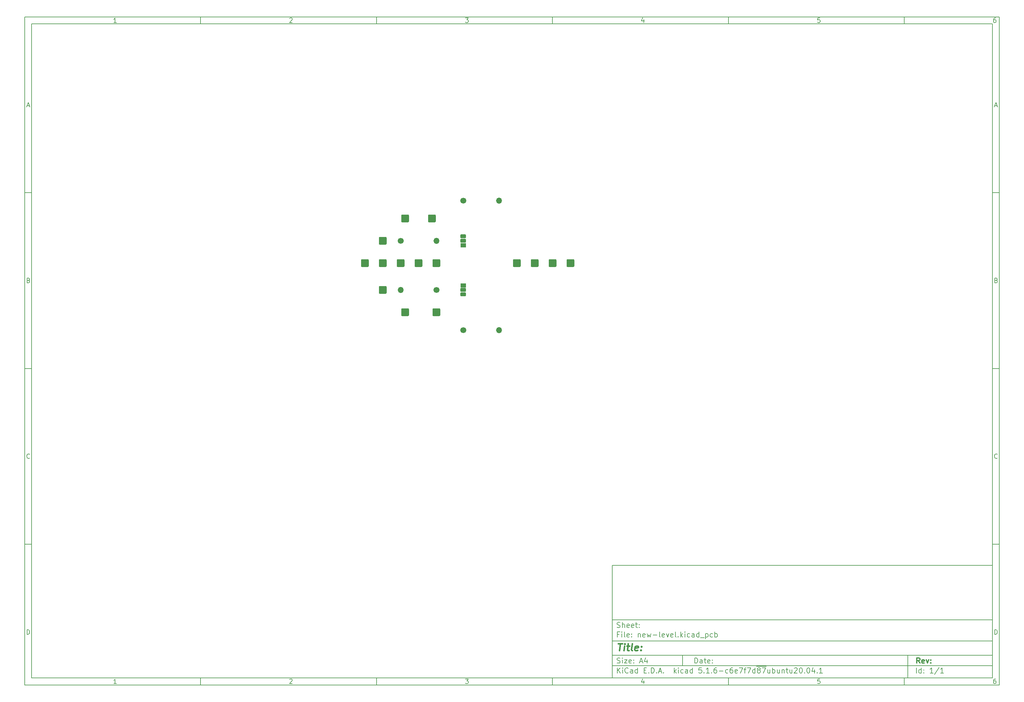
<source format=gbr>
%TF.GenerationSoftware,KiCad,Pcbnew,5.1.6-c6e7f7d~87~ubuntu20.04.1*%
%TF.CreationDate,2020-11-01T10:04:05-08:00*%
%TF.ProjectId,new-level,6e65772d-6c65-4766-956c-2e6b69636164,rev?*%
%TF.SameCoordinates,Original*%
%TF.FileFunction,Soldermask,Bot*%
%TF.FilePolarity,Negative*%
%FSLAX46Y46*%
G04 Gerber Fmt 4.6, Leading zero omitted, Abs format (unit mm)*
G04 Created by KiCad (PCBNEW 5.1.6-c6e7f7d~87~ubuntu20.04.1) date 2020-11-01 10:04:05*
%MOMM*%
%LPD*%
G01*
G04 APERTURE LIST*
%ADD10C,0.100000*%
%ADD11C,0.150000*%
%ADD12C,0.300000*%
%ADD13C,0.400000*%
%ADD14O,1.700000X1.700000*%
%ADD15C,1.700000*%
%ADD16R,1.600000X1.150000*%
G04 APERTURE END LIST*
D10*
D11*
X177002200Y-166007200D02*
X177002200Y-198007200D01*
X285002200Y-198007200D01*
X285002200Y-166007200D01*
X177002200Y-166007200D01*
D10*
D11*
X10000000Y-10000000D02*
X10000000Y-200007200D01*
X287002200Y-200007200D01*
X287002200Y-10000000D01*
X10000000Y-10000000D01*
D10*
D11*
X12000000Y-12000000D02*
X12000000Y-198007200D01*
X285002200Y-198007200D01*
X285002200Y-12000000D01*
X12000000Y-12000000D01*
D10*
D11*
X60000000Y-12000000D02*
X60000000Y-10000000D01*
D10*
D11*
X110000000Y-12000000D02*
X110000000Y-10000000D01*
D10*
D11*
X160000000Y-12000000D02*
X160000000Y-10000000D01*
D10*
D11*
X210000000Y-12000000D02*
X210000000Y-10000000D01*
D10*
D11*
X260000000Y-12000000D02*
X260000000Y-10000000D01*
D10*
D11*
X36065476Y-11588095D02*
X35322619Y-11588095D01*
X35694047Y-11588095D02*
X35694047Y-10288095D01*
X35570238Y-10473809D01*
X35446428Y-10597619D01*
X35322619Y-10659523D01*
D10*
D11*
X85322619Y-10411904D02*
X85384523Y-10350000D01*
X85508333Y-10288095D01*
X85817857Y-10288095D01*
X85941666Y-10350000D01*
X86003571Y-10411904D01*
X86065476Y-10535714D01*
X86065476Y-10659523D01*
X86003571Y-10845238D01*
X85260714Y-11588095D01*
X86065476Y-11588095D01*
D10*
D11*
X135260714Y-10288095D02*
X136065476Y-10288095D01*
X135632142Y-10783333D01*
X135817857Y-10783333D01*
X135941666Y-10845238D01*
X136003571Y-10907142D01*
X136065476Y-11030952D01*
X136065476Y-11340476D01*
X136003571Y-11464285D01*
X135941666Y-11526190D01*
X135817857Y-11588095D01*
X135446428Y-11588095D01*
X135322619Y-11526190D01*
X135260714Y-11464285D01*
D10*
D11*
X185941666Y-10721428D02*
X185941666Y-11588095D01*
X185632142Y-10226190D02*
X185322619Y-11154761D01*
X186127380Y-11154761D01*
D10*
D11*
X236003571Y-10288095D02*
X235384523Y-10288095D01*
X235322619Y-10907142D01*
X235384523Y-10845238D01*
X235508333Y-10783333D01*
X235817857Y-10783333D01*
X235941666Y-10845238D01*
X236003571Y-10907142D01*
X236065476Y-11030952D01*
X236065476Y-11340476D01*
X236003571Y-11464285D01*
X235941666Y-11526190D01*
X235817857Y-11588095D01*
X235508333Y-11588095D01*
X235384523Y-11526190D01*
X235322619Y-11464285D01*
D10*
D11*
X285941666Y-10288095D02*
X285694047Y-10288095D01*
X285570238Y-10350000D01*
X285508333Y-10411904D01*
X285384523Y-10597619D01*
X285322619Y-10845238D01*
X285322619Y-11340476D01*
X285384523Y-11464285D01*
X285446428Y-11526190D01*
X285570238Y-11588095D01*
X285817857Y-11588095D01*
X285941666Y-11526190D01*
X286003571Y-11464285D01*
X286065476Y-11340476D01*
X286065476Y-11030952D01*
X286003571Y-10907142D01*
X285941666Y-10845238D01*
X285817857Y-10783333D01*
X285570238Y-10783333D01*
X285446428Y-10845238D01*
X285384523Y-10907142D01*
X285322619Y-11030952D01*
D10*
D11*
X60000000Y-198007200D02*
X60000000Y-200007200D01*
D10*
D11*
X110000000Y-198007200D02*
X110000000Y-200007200D01*
D10*
D11*
X160000000Y-198007200D02*
X160000000Y-200007200D01*
D10*
D11*
X210000000Y-198007200D02*
X210000000Y-200007200D01*
D10*
D11*
X260000000Y-198007200D02*
X260000000Y-200007200D01*
D10*
D11*
X36065476Y-199595295D02*
X35322619Y-199595295D01*
X35694047Y-199595295D02*
X35694047Y-198295295D01*
X35570238Y-198481009D01*
X35446428Y-198604819D01*
X35322619Y-198666723D01*
D10*
D11*
X85322619Y-198419104D02*
X85384523Y-198357200D01*
X85508333Y-198295295D01*
X85817857Y-198295295D01*
X85941666Y-198357200D01*
X86003571Y-198419104D01*
X86065476Y-198542914D01*
X86065476Y-198666723D01*
X86003571Y-198852438D01*
X85260714Y-199595295D01*
X86065476Y-199595295D01*
D10*
D11*
X135260714Y-198295295D02*
X136065476Y-198295295D01*
X135632142Y-198790533D01*
X135817857Y-198790533D01*
X135941666Y-198852438D01*
X136003571Y-198914342D01*
X136065476Y-199038152D01*
X136065476Y-199347676D01*
X136003571Y-199471485D01*
X135941666Y-199533390D01*
X135817857Y-199595295D01*
X135446428Y-199595295D01*
X135322619Y-199533390D01*
X135260714Y-199471485D01*
D10*
D11*
X185941666Y-198728628D02*
X185941666Y-199595295D01*
X185632142Y-198233390D02*
X185322619Y-199161961D01*
X186127380Y-199161961D01*
D10*
D11*
X236003571Y-198295295D02*
X235384523Y-198295295D01*
X235322619Y-198914342D01*
X235384523Y-198852438D01*
X235508333Y-198790533D01*
X235817857Y-198790533D01*
X235941666Y-198852438D01*
X236003571Y-198914342D01*
X236065476Y-199038152D01*
X236065476Y-199347676D01*
X236003571Y-199471485D01*
X235941666Y-199533390D01*
X235817857Y-199595295D01*
X235508333Y-199595295D01*
X235384523Y-199533390D01*
X235322619Y-199471485D01*
D10*
D11*
X285941666Y-198295295D02*
X285694047Y-198295295D01*
X285570238Y-198357200D01*
X285508333Y-198419104D01*
X285384523Y-198604819D01*
X285322619Y-198852438D01*
X285322619Y-199347676D01*
X285384523Y-199471485D01*
X285446428Y-199533390D01*
X285570238Y-199595295D01*
X285817857Y-199595295D01*
X285941666Y-199533390D01*
X286003571Y-199471485D01*
X286065476Y-199347676D01*
X286065476Y-199038152D01*
X286003571Y-198914342D01*
X285941666Y-198852438D01*
X285817857Y-198790533D01*
X285570238Y-198790533D01*
X285446428Y-198852438D01*
X285384523Y-198914342D01*
X285322619Y-199038152D01*
D10*
D11*
X10000000Y-60000000D02*
X12000000Y-60000000D01*
D10*
D11*
X10000000Y-110000000D02*
X12000000Y-110000000D01*
D10*
D11*
X10000000Y-160000000D02*
X12000000Y-160000000D01*
D10*
D11*
X10690476Y-35216666D02*
X11309523Y-35216666D01*
X10566666Y-35588095D02*
X11000000Y-34288095D01*
X11433333Y-35588095D01*
D10*
D11*
X11092857Y-84907142D02*
X11278571Y-84969047D01*
X11340476Y-85030952D01*
X11402380Y-85154761D01*
X11402380Y-85340476D01*
X11340476Y-85464285D01*
X11278571Y-85526190D01*
X11154761Y-85588095D01*
X10659523Y-85588095D01*
X10659523Y-84288095D01*
X11092857Y-84288095D01*
X11216666Y-84350000D01*
X11278571Y-84411904D01*
X11340476Y-84535714D01*
X11340476Y-84659523D01*
X11278571Y-84783333D01*
X11216666Y-84845238D01*
X11092857Y-84907142D01*
X10659523Y-84907142D01*
D10*
D11*
X11402380Y-135464285D02*
X11340476Y-135526190D01*
X11154761Y-135588095D01*
X11030952Y-135588095D01*
X10845238Y-135526190D01*
X10721428Y-135402380D01*
X10659523Y-135278571D01*
X10597619Y-135030952D01*
X10597619Y-134845238D01*
X10659523Y-134597619D01*
X10721428Y-134473809D01*
X10845238Y-134350000D01*
X11030952Y-134288095D01*
X11154761Y-134288095D01*
X11340476Y-134350000D01*
X11402380Y-134411904D01*
D10*
D11*
X10659523Y-185588095D02*
X10659523Y-184288095D01*
X10969047Y-184288095D01*
X11154761Y-184350000D01*
X11278571Y-184473809D01*
X11340476Y-184597619D01*
X11402380Y-184845238D01*
X11402380Y-185030952D01*
X11340476Y-185278571D01*
X11278571Y-185402380D01*
X11154761Y-185526190D01*
X10969047Y-185588095D01*
X10659523Y-185588095D01*
D10*
D11*
X287002200Y-60000000D02*
X285002200Y-60000000D01*
D10*
D11*
X287002200Y-110000000D02*
X285002200Y-110000000D01*
D10*
D11*
X287002200Y-160000000D02*
X285002200Y-160000000D01*
D10*
D11*
X285692676Y-35216666D02*
X286311723Y-35216666D01*
X285568866Y-35588095D02*
X286002200Y-34288095D01*
X286435533Y-35588095D01*
D10*
D11*
X286095057Y-84907142D02*
X286280771Y-84969047D01*
X286342676Y-85030952D01*
X286404580Y-85154761D01*
X286404580Y-85340476D01*
X286342676Y-85464285D01*
X286280771Y-85526190D01*
X286156961Y-85588095D01*
X285661723Y-85588095D01*
X285661723Y-84288095D01*
X286095057Y-84288095D01*
X286218866Y-84350000D01*
X286280771Y-84411904D01*
X286342676Y-84535714D01*
X286342676Y-84659523D01*
X286280771Y-84783333D01*
X286218866Y-84845238D01*
X286095057Y-84907142D01*
X285661723Y-84907142D01*
D10*
D11*
X286404580Y-135464285D02*
X286342676Y-135526190D01*
X286156961Y-135588095D01*
X286033152Y-135588095D01*
X285847438Y-135526190D01*
X285723628Y-135402380D01*
X285661723Y-135278571D01*
X285599819Y-135030952D01*
X285599819Y-134845238D01*
X285661723Y-134597619D01*
X285723628Y-134473809D01*
X285847438Y-134350000D01*
X286033152Y-134288095D01*
X286156961Y-134288095D01*
X286342676Y-134350000D01*
X286404580Y-134411904D01*
D10*
D11*
X285661723Y-185588095D02*
X285661723Y-184288095D01*
X285971247Y-184288095D01*
X286156961Y-184350000D01*
X286280771Y-184473809D01*
X286342676Y-184597619D01*
X286404580Y-184845238D01*
X286404580Y-185030952D01*
X286342676Y-185278571D01*
X286280771Y-185402380D01*
X286156961Y-185526190D01*
X285971247Y-185588095D01*
X285661723Y-185588095D01*
D10*
D11*
X200434342Y-193785771D02*
X200434342Y-192285771D01*
X200791485Y-192285771D01*
X201005771Y-192357200D01*
X201148628Y-192500057D01*
X201220057Y-192642914D01*
X201291485Y-192928628D01*
X201291485Y-193142914D01*
X201220057Y-193428628D01*
X201148628Y-193571485D01*
X201005771Y-193714342D01*
X200791485Y-193785771D01*
X200434342Y-193785771D01*
X202577200Y-193785771D02*
X202577200Y-193000057D01*
X202505771Y-192857200D01*
X202362914Y-192785771D01*
X202077200Y-192785771D01*
X201934342Y-192857200D01*
X202577200Y-193714342D02*
X202434342Y-193785771D01*
X202077200Y-193785771D01*
X201934342Y-193714342D01*
X201862914Y-193571485D01*
X201862914Y-193428628D01*
X201934342Y-193285771D01*
X202077200Y-193214342D01*
X202434342Y-193214342D01*
X202577200Y-193142914D01*
X203077200Y-192785771D02*
X203648628Y-192785771D01*
X203291485Y-192285771D02*
X203291485Y-193571485D01*
X203362914Y-193714342D01*
X203505771Y-193785771D01*
X203648628Y-193785771D01*
X204720057Y-193714342D02*
X204577200Y-193785771D01*
X204291485Y-193785771D01*
X204148628Y-193714342D01*
X204077200Y-193571485D01*
X204077200Y-193000057D01*
X204148628Y-192857200D01*
X204291485Y-192785771D01*
X204577200Y-192785771D01*
X204720057Y-192857200D01*
X204791485Y-193000057D01*
X204791485Y-193142914D01*
X204077200Y-193285771D01*
X205434342Y-193642914D02*
X205505771Y-193714342D01*
X205434342Y-193785771D01*
X205362914Y-193714342D01*
X205434342Y-193642914D01*
X205434342Y-193785771D01*
X205434342Y-192857200D02*
X205505771Y-192928628D01*
X205434342Y-193000057D01*
X205362914Y-192928628D01*
X205434342Y-192857200D01*
X205434342Y-193000057D01*
D10*
D11*
X177002200Y-194507200D02*
X285002200Y-194507200D01*
D10*
D11*
X178434342Y-196585771D02*
X178434342Y-195085771D01*
X179291485Y-196585771D02*
X178648628Y-195728628D01*
X179291485Y-195085771D02*
X178434342Y-195942914D01*
X179934342Y-196585771D02*
X179934342Y-195585771D01*
X179934342Y-195085771D02*
X179862914Y-195157200D01*
X179934342Y-195228628D01*
X180005771Y-195157200D01*
X179934342Y-195085771D01*
X179934342Y-195228628D01*
X181505771Y-196442914D02*
X181434342Y-196514342D01*
X181220057Y-196585771D01*
X181077200Y-196585771D01*
X180862914Y-196514342D01*
X180720057Y-196371485D01*
X180648628Y-196228628D01*
X180577200Y-195942914D01*
X180577200Y-195728628D01*
X180648628Y-195442914D01*
X180720057Y-195300057D01*
X180862914Y-195157200D01*
X181077200Y-195085771D01*
X181220057Y-195085771D01*
X181434342Y-195157200D01*
X181505771Y-195228628D01*
X182791485Y-196585771D02*
X182791485Y-195800057D01*
X182720057Y-195657200D01*
X182577200Y-195585771D01*
X182291485Y-195585771D01*
X182148628Y-195657200D01*
X182791485Y-196514342D02*
X182648628Y-196585771D01*
X182291485Y-196585771D01*
X182148628Y-196514342D01*
X182077200Y-196371485D01*
X182077200Y-196228628D01*
X182148628Y-196085771D01*
X182291485Y-196014342D01*
X182648628Y-196014342D01*
X182791485Y-195942914D01*
X184148628Y-196585771D02*
X184148628Y-195085771D01*
X184148628Y-196514342D02*
X184005771Y-196585771D01*
X183720057Y-196585771D01*
X183577200Y-196514342D01*
X183505771Y-196442914D01*
X183434342Y-196300057D01*
X183434342Y-195871485D01*
X183505771Y-195728628D01*
X183577200Y-195657200D01*
X183720057Y-195585771D01*
X184005771Y-195585771D01*
X184148628Y-195657200D01*
X186005771Y-195800057D02*
X186505771Y-195800057D01*
X186720057Y-196585771D02*
X186005771Y-196585771D01*
X186005771Y-195085771D01*
X186720057Y-195085771D01*
X187362914Y-196442914D02*
X187434342Y-196514342D01*
X187362914Y-196585771D01*
X187291485Y-196514342D01*
X187362914Y-196442914D01*
X187362914Y-196585771D01*
X188077200Y-196585771D02*
X188077200Y-195085771D01*
X188434342Y-195085771D01*
X188648628Y-195157200D01*
X188791485Y-195300057D01*
X188862914Y-195442914D01*
X188934342Y-195728628D01*
X188934342Y-195942914D01*
X188862914Y-196228628D01*
X188791485Y-196371485D01*
X188648628Y-196514342D01*
X188434342Y-196585771D01*
X188077200Y-196585771D01*
X189577200Y-196442914D02*
X189648628Y-196514342D01*
X189577200Y-196585771D01*
X189505771Y-196514342D01*
X189577200Y-196442914D01*
X189577200Y-196585771D01*
X190220057Y-196157200D02*
X190934342Y-196157200D01*
X190077200Y-196585771D02*
X190577200Y-195085771D01*
X191077200Y-196585771D01*
X191577200Y-196442914D02*
X191648628Y-196514342D01*
X191577200Y-196585771D01*
X191505771Y-196514342D01*
X191577200Y-196442914D01*
X191577200Y-196585771D01*
X194577200Y-196585771D02*
X194577200Y-195085771D01*
X194720057Y-196014342D02*
X195148628Y-196585771D01*
X195148628Y-195585771D02*
X194577200Y-196157200D01*
X195791485Y-196585771D02*
X195791485Y-195585771D01*
X195791485Y-195085771D02*
X195720057Y-195157200D01*
X195791485Y-195228628D01*
X195862914Y-195157200D01*
X195791485Y-195085771D01*
X195791485Y-195228628D01*
X197148628Y-196514342D02*
X197005771Y-196585771D01*
X196720057Y-196585771D01*
X196577200Y-196514342D01*
X196505771Y-196442914D01*
X196434342Y-196300057D01*
X196434342Y-195871485D01*
X196505771Y-195728628D01*
X196577200Y-195657200D01*
X196720057Y-195585771D01*
X197005771Y-195585771D01*
X197148628Y-195657200D01*
X198434342Y-196585771D02*
X198434342Y-195800057D01*
X198362914Y-195657200D01*
X198220057Y-195585771D01*
X197934342Y-195585771D01*
X197791485Y-195657200D01*
X198434342Y-196514342D02*
X198291485Y-196585771D01*
X197934342Y-196585771D01*
X197791485Y-196514342D01*
X197720057Y-196371485D01*
X197720057Y-196228628D01*
X197791485Y-196085771D01*
X197934342Y-196014342D01*
X198291485Y-196014342D01*
X198434342Y-195942914D01*
X199791485Y-196585771D02*
X199791485Y-195085771D01*
X199791485Y-196514342D02*
X199648628Y-196585771D01*
X199362914Y-196585771D01*
X199220057Y-196514342D01*
X199148628Y-196442914D01*
X199077200Y-196300057D01*
X199077200Y-195871485D01*
X199148628Y-195728628D01*
X199220057Y-195657200D01*
X199362914Y-195585771D01*
X199648628Y-195585771D01*
X199791485Y-195657200D01*
X202362914Y-195085771D02*
X201648628Y-195085771D01*
X201577200Y-195800057D01*
X201648628Y-195728628D01*
X201791485Y-195657200D01*
X202148628Y-195657200D01*
X202291485Y-195728628D01*
X202362914Y-195800057D01*
X202434342Y-195942914D01*
X202434342Y-196300057D01*
X202362914Y-196442914D01*
X202291485Y-196514342D01*
X202148628Y-196585771D01*
X201791485Y-196585771D01*
X201648628Y-196514342D01*
X201577200Y-196442914D01*
X203077200Y-196442914D02*
X203148628Y-196514342D01*
X203077200Y-196585771D01*
X203005771Y-196514342D01*
X203077200Y-196442914D01*
X203077200Y-196585771D01*
X204577200Y-196585771D02*
X203720057Y-196585771D01*
X204148628Y-196585771D02*
X204148628Y-195085771D01*
X204005771Y-195300057D01*
X203862914Y-195442914D01*
X203720057Y-195514342D01*
X205220057Y-196442914D02*
X205291485Y-196514342D01*
X205220057Y-196585771D01*
X205148628Y-196514342D01*
X205220057Y-196442914D01*
X205220057Y-196585771D01*
X206577200Y-195085771D02*
X206291485Y-195085771D01*
X206148628Y-195157200D01*
X206077200Y-195228628D01*
X205934342Y-195442914D01*
X205862914Y-195728628D01*
X205862914Y-196300057D01*
X205934342Y-196442914D01*
X206005771Y-196514342D01*
X206148628Y-196585771D01*
X206434342Y-196585771D01*
X206577200Y-196514342D01*
X206648628Y-196442914D01*
X206720057Y-196300057D01*
X206720057Y-195942914D01*
X206648628Y-195800057D01*
X206577200Y-195728628D01*
X206434342Y-195657200D01*
X206148628Y-195657200D01*
X206005771Y-195728628D01*
X205934342Y-195800057D01*
X205862914Y-195942914D01*
X207362914Y-196014342D02*
X208505771Y-196014342D01*
X209862914Y-196514342D02*
X209720057Y-196585771D01*
X209434342Y-196585771D01*
X209291485Y-196514342D01*
X209220057Y-196442914D01*
X209148628Y-196300057D01*
X209148628Y-195871485D01*
X209220057Y-195728628D01*
X209291485Y-195657200D01*
X209434342Y-195585771D01*
X209720057Y-195585771D01*
X209862914Y-195657200D01*
X211148628Y-195085771D02*
X210862914Y-195085771D01*
X210720057Y-195157200D01*
X210648628Y-195228628D01*
X210505771Y-195442914D01*
X210434342Y-195728628D01*
X210434342Y-196300057D01*
X210505771Y-196442914D01*
X210577200Y-196514342D01*
X210720057Y-196585771D01*
X211005771Y-196585771D01*
X211148628Y-196514342D01*
X211220057Y-196442914D01*
X211291485Y-196300057D01*
X211291485Y-195942914D01*
X211220057Y-195800057D01*
X211148628Y-195728628D01*
X211005771Y-195657200D01*
X210720057Y-195657200D01*
X210577200Y-195728628D01*
X210505771Y-195800057D01*
X210434342Y-195942914D01*
X212505771Y-196514342D02*
X212362914Y-196585771D01*
X212077200Y-196585771D01*
X211934342Y-196514342D01*
X211862914Y-196371485D01*
X211862914Y-195800057D01*
X211934342Y-195657200D01*
X212077200Y-195585771D01*
X212362914Y-195585771D01*
X212505771Y-195657200D01*
X212577200Y-195800057D01*
X212577200Y-195942914D01*
X211862914Y-196085771D01*
X213077200Y-195085771D02*
X214077200Y-195085771D01*
X213434342Y-196585771D01*
X214434342Y-195585771D02*
X215005771Y-195585771D01*
X214648628Y-196585771D02*
X214648628Y-195300057D01*
X214720057Y-195157200D01*
X214862914Y-195085771D01*
X215005771Y-195085771D01*
X215362914Y-195085771D02*
X216362914Y-195085771D01*
X215720057Y-196585771D01*
X217577200Y-196585771D02*
X217577200Y-195085771D01*
X217577200Y-196514342D02*
X217434342Y-196585771D01*
X217148628Y-196585771D01*
X217005771Y-196514342D01*
X216934342Y-196442914D01*
X216862914Y-196300057D01*
X216862914Y-195871485D01*
X216934342Y-195728628D01*
X217005771Y-195657200D01*
X217148628Y-195585771D01*
X217434342Y-195585771D01*
X217577200Y-195657200D01*
X217934342Y-194677200D02*
X219362914Y-194677200D01*
X218505771Y-195728628D02*
X218362914Y-195657200D01*
X218291485Y-195585771D01*
X218220057Y-195442914D01*
X218220057Y-195371485D01*
X218291485Y-195228628D01*
X218362914Y-195157200D01*
X218505771Y-195085771D01*
X218791485Y-195085771D01*
X218934342Y-195157200D01*
X219005771Y-195228628D01*
X219077200Y-195371485D01*
X219077200Y-195442914D01*
X219005771Y-195585771D01*
X218934342Y-195657200D01*
X218791485Y-195728628D01*
X218505771Y-195728628D01*
X218362914Y-195800057D01*
X218291485Y-195871485D01*
X218220057Y-196014342D01*
X218220057Y-196300057D01*
X218291485Y-196442914D01*
X218362914Y-196514342D01*
X218505771Y-196585771D01*
X218791485Y-196585771D01*
X218934342Y-196514342D01*
X219005771Y-196442914D01*
X219077200Y-196300057D01*
X219077200Y-196014342D01*
X219005771Y-195871485D01*
X218934342Y-195800057D01*
X218791485Y-195728628D01*
X219362914Y-194677200D02*
X220791485Y-194677200D01*
X219577200Y-195085771D02*
X220577200Y-195085771D01*
X219934342Y-196585771D01*
X221791485Y-195585771D02*
X221791485Y-196585771D01*
X221148628Y-195585771D02*
X221148628Y-196371485D01*
X221220057Y-196514342D01*
X221362914Y-196585771D01*
X221577200Y-196585771D01*
X221720057Y-196514342D01*
X221791485Y-196442914D01*
X222505771Y-196585771D02*
X222505771Y-195085771D01*
X222505771Y-195657200D02*
X222648628Y-195585771D01*
X222934342Y-195585771D01*
X223077200Y-195657200D01*
X223148628Y-195728628D01*
X223220057Y-195871485D01*
X223220057Y-196300057D01*
X223148628Y-196442914D01*
X223077200Y-196514342D01*
X222934342Y-196585771D01*
X222648628Y-196585771D01*
X222505771Y-196514342D01*
X224505771Y-195585771D02*
X224505771Y-196585771D01*
X223862914Y-195585771D02*
X223862914Y-196371485D01*
X223934342Y-196514342D01*
X224077200Y-196585771D01*
X224291485Y-196585771D01*
X224434342Y-196514342D01*
X224505771Y-196442914D01*
X225220057Y-195585771D02*
X225220057Y-196585771D01*
X225220057Y-195728628D02*
X225291485Y-195657200D01*
X225434342Y-195585771D01*
X225648628Y-195585771D01*
X225791485Y-195657200D01*
X225862914Y-195800057D01*
X225862914Y-196585771D01*
X226362914Y-195585771D02*
X226934342Y-195585771D01*
X226577200Y-195085771D02*
X226577200Y-196371485D01*
X226648628Y-196514342D01*
X226791485Y-196585771D01*
X226934342Y-196585771D01*
X228077200Y-195585771D02*
X228077200Y-196585771D01*
X227434342Y-195585771D02*
X227434342Y-196371485D01*
X227505771Y-196514342D01*
X227648628Y-196585771D01*
X227862914Y-196585771D01*
X228005771Y-196514342D01*
X228077200Y-196442914D01*
X228720057Y-195228628D02*
X228791485Y-195157200D01*
X228934342Y-195085771D01*
X229291485Y-195085771D01*
X229434342Y-195157200D01*
X229505771Y-195228628D01*
X229577200Y-195371485D01*
X229577200Y-195514342D01*
X229505771Y-195728628D01*
X228648628Y-196585771D01*
X229577200Y-196585771D01*
X230505771Y-195085771D02*
X230648628Y-195085771D01*
X230791485Y-195157200D01*
X230862914Y-195228628D01*
X230934342Y-195371485D01*
X231005771Y-195657200D01*
X231005771Y-196014342D01*
X230934342Y-196300057D01*
X230862914Y-196442914D01*
X230791485Y-196514342D01*
X230648628Y-196585771D01*
X230505771Y-196585771D01*
X230362914Y-196514342D01*
X230291485Y-196442914D01*
X230220057Y-196300057D01*
X230148628Y-196014342D01*
X230148628Y-195657200D01*
X230220057Y-195371485D01*
X230291485Y-195228628D01*
X230362914Y-195157200D01*
X230505771Y-195085771D01*
X231648628Y-196442914D02*
X231720057Y-196514342D01*
X231648628Y-196585771D01*
X231577200Y-196514342D01*
X231648628Y-196442914D01*
X231648628Y-196585771D01*
X232648628Y-195085771D02*
X232791485Y-195085771D01*
X232934342Y-195157200D01*
X233005771Y-195228628D01*
X233077200Y-195371485D01*
X233148628Y-195657200D01*
X233148628Y-196014342D01*
X233077200Y-196300057D01*
X233005771Y-196442914D01*
X232934342Y-196514342D01*
X232791485Y-196585771D01*
X232648628Y-196585771D01*
X232505771Y-196514342D01*
X232434342Y-196442914D01*
X232362914Y-196300057D01*
X232291485Y-196014342D01*
X232291485Y-195657200D01*
X232362914Y-195371485D01*
X232434342Y-195228628D01*
X232505771Y-195157200D01*
X232648628Y-195085771D01*
X234434342Y-195585771D02*
X234434342Y-196585771D01*
X234077200Y-195014342D02*
X233720057Y-196085771D01*
X234648628Y-196085771D01*
X235220057Y-196442914D02*
X235291485Y-196514342D01*
X235220057Y-196585771D01*
X235148628Y-196514342D01*
X235220057Y-196442914D01*
X235220057Y-196585771D01*
X236720057Y-196585771D02*
X235862914Y-196585771D01*
X236291485Y-196585771D02*
X236291485Y-195085771D01*
X236148628Y-195300057D01*
X236005771Y-195442914D01*
X235862914Y-195514342D01*
D10*
D11*
X177002200Y-191507200D02*
X285002200Y-191507200D01*
D10*
D12*
X264411485Y-193785771D02*
X263911485Y-193071485D01*
X263554342Y-193785771D02*
X263554342Y-192285771D01*
X264125771Y-192285771D01*
X264268628Y-192357200D01*
X264340057Y-192428628D01*
X264411485Y-192571485D01*
X264411485Y-192785771D01*
X264340057Y-192928628D01*
X264268628Y-193000057D01*
X264125771Y-193071485D01*
X263554342Y-193071485D01*
X265625771Y-193714342D02*
X265482914Y-193785771D01*
X265197200Y-193785771D01*
X265054342Y-193714342D01*
X264982914Y-193571485D01*
X264982914Y-193000057D01*
X265054342Y-192857200D01*
X265197200Y-192785771D01*
X265482914Y-192785771D01*
X265625771Y-192857200D01*
X265697200Y-193000057D01*
X265697200Y-193142914D01*
X264982914Y-193285771D01*
X266197200Y-192785771D02*
X266554342Y-193785771D01*
X266911485Y-192785771D01*
X267482914Y-193642914D02*
X267554342Y-193714342D01*
X267482914Y-193785771D01*
X267411485Y-193714342D01*
X267482914Y-193642914D01*
X267482914Y-193785771D01*
X267482914Y-192857200D02*
X267554342Y-192928628D01*
X267482914Y-193000057D01*
X267411485Y-192928628D01*
X267482914Y-192857200D01*
X267482914Y-193000057D01*
D10*
D11*
X178362914Y-193714342D02*
X178577200Y-193785771D01*
X178934342Y-193785771D01*
X179077200Y-193714342D01*
X179148628Y-193642914D01*
X179220057Y-193500057D01*
X179220057Y-193357200D01*
X179148628Y-193214342D01*
X179077200Y-193142914D01*
X178934342Y-193071485D01*
X178648628Y-193000057D01*
X178505771Y-192928628D01*
X178434342Y-192857200D01*
X178362914Y-192714342D01*
X178362914Y-192571485D01*
X178434342Y-192428628D01*
X178505771Y-192357200D01*
X178648628Y-192285771D01*
X179005771Y-192285771D01*
X179220057Y-192357200D01*
X179862914Y-193785771D02*
X179862914Y-192785771D01*
X179862914Y-192285771D02*
X179791485Y-192357200D01*
X179862914Y-192428628D01*
X179934342Y-192357200D01*
X179862914Y-192285771D01*
X179862914Y-192428628D01*
X180434342Y-192785771D02*
X181220057Y-192785771D01*
X180434342Y-193785771D01*
X181220057Y-193785771D01*
X182362914Y-193714342D02*
X182220057Y-193785771D01*
X181934342Y-193785771D01*
X181791485Y-193714342D01*
X181720057Y-193571485D01*
X181720057Y-193000057D01*
X181791485Y-192857200D01*
X181934342Y-192785771D01*
X182220057Y-192785771D01*
X182362914Y-192857200D01*
X182434342Y-193000057D01*
X182434342Y-193142914D01*
X181720057Y-193285771D01*
X183077200Y-193642914D02*
X183148628Y-193714342D01*
X183077200Y-193785771D01*
X183005771Y-193714342D01*
X183077200Y-193642914D01*
X183077200Y-193785771D01*
X183077200Y-192857200D02*
X183148628Y-192928628D01*
X183077200Y-193000057D01*
X183005771Y-192928628D01*
X183077200Y-192857200D01*
X183077200Y-193000057D01*
X184862914Y-193357200D02*
X185577200Y-193357200D01*
X184720057Y-193785771D02*
X185220057Y-192285771D01*
X185720057Y-193785771D01*
X186862914Y-192785771D02*
X186862914Y-193785771D01*
X186505771Y-192214342D02*
X186148628Y-193285771D01*
X187077200Y-193285771D01*
D10*
D11*
X263434342Y-196585771D02*
X263434342Y-195085771D01*
X264791485Y-196585771D02*
X264791485Y-195085771D01*
X264791485Y-196514342D02*
X264648628Y-196585771D01*
X264362914Y-196585771D01*
X264220057Y-196514342D01*
X264148628Y-196442914D01*
X264077200Y-196300057D01*
X264077200Y-195871485D01*
X264148628Y-195728628D01*
X264220057Y-195657200D01*
X264362914Y-195585771D01*
X264648628Y-195585771D01*
X264791485Y-195657200D01*
X265505771Y-196442914D02*
X265577200Y-196514342D01*
X265505771Y-196585771D01*
X265434342Y-196514342D01*
X265505771Y-196442914D01*
X265505771Y-196585771D01*
X265505771Y-195657200D02*
X265577200Y-195728628D01*
X265505771Y-195800057D01*
X265434342Y-195728628D01*
X265505771Y-195657200D01*
X265505771Y-195800057D01*
X268148628Y-196585771D02*
X267291485Y-196585771D01*
X267720057Y-196585771D02*
X267720057Y-195085771D01*
X267577200Y-195300057D01*
X267434342Y-195442914D01*
X267291485Y-195514342D01*
X269862914Y-195014342D02*
X268577200Y-196942914D01*
X271148628Y-196585771D02*
X270291485Y-196585771D01*
X270720057Y-196585771D02*
X270720057Y-195085771D01*
X270577200Y-195300057D01*
X270434342Y-195442914D01*
X270291485Y-195514342D01*
D10*
D11*
X177002200Y-187507200D02*
X285002200Y-187507200D01*
D10*
D13*
X178714580Y-188211961D02*
X179857438Y-188211961D01*
X179036009Y-190211961D02*
X179286009Y-188211961D01*
X180274104Y-190211961D02*
X180440771Y-188878628D01*
X180524104Y-188211961D02*
X180416961Y-188307200D01*
X180500295Y-188402438D01*
X180607438Y-188307200D01*
X180524104Y-188211961D01*
X180500295Y-188402438D01*
X181107438Y-188878628D02*
X181869342Y-188878628D01*
X181476485Y-188211961D02*
X181262200Y-189926247D01*
X181333628Y-190116723D01*
X181512200Y-190211961D01*
X181702676Y-190211961D01*
X182655057Y-190211961D02*
X182476485Y-190116723D01*
X182405057Y-189926247D01*
X182619342Y-188211961D01*
X184190771Y-190116723D02*
X183988390Y-190211961D01*
X183607438Y-190211961D01*
X183428866Y-190116723D01*
X183357438Y-189926247D01*
X183452676Y-189164342D01*
X183571723Y-188973866D01*
X183774104Y-188878628D01*
X184155057Y-188878628D01*
X184333628Y-188973866D01*
X184405057Y-189164342D01*
X184381247Y-189354819D01*
X183405057Y-189545295D01*
X185155057Y-190021485D02*
X185238390Y-190116723D01*
X185131247Y-190211961D01*
X185047914Y-190116723D01*
X185155057Y-190021485D01*
X185131247Y-190211961D01*
X185286009Y-188973866D02*
X185369342Y-189069104D01*
X185262200Y-189164342D01*
X185178866Y-189069104D01*
X185286009Y-188973866D01*
X185262200Y-189164342D01*
D10*
D11*
X178934342Y-185600057D02*
X178434342Y-185600057D01*
X178434342Y-186385771D02*
X178434342Y-184885771D01*
X179148628Y-184885771D01*
X179720057Y-186385771D02*
X179720057Y-185385771D01*
X179720057Y-184885771D02*
X179648628Y-184957200D01*
X179720057Y-185028628D01*
X179791485Y-184957200D01*
X179720057Y-184885771D01*
X179720057Y-185028628D01*
X180648628Y-186385771D02*
X180505771Y-186314342D01*
X180434342Y-186171485D01*
X180434342Y-184885771D01*
X181791485Y-186314342D02*
X181648628Y-186385771D01*
X181362914Y-186385771D01*
X181220057Y-186314342D01*
X181148628Y-186171485D01*
X181148628Y-185600057D01*
X181220057Y-185457200D01*
X181362914Y-185385771D01*
X181648628Y-185385771D01*
X181791485Y-185457200D01*
X181862914Y-185600057D01*
X181862914Y-185742914D01*
X181148628Y-185885771D01*
X182505771Y-186242914D02*
X182577200Y-186314342D01*
X182505771Y-186385771D01*
X182434342Y-186314342D01*
X182505771Y-186242914D01*
X182505771Y-186385771D01*
X182505771Y-185457200D02*
X182577200Y-185528628D01*
X182505771Y-185600057D01*
X182434342Y-185528628D01*
X182505771Y-185457200D01*
X182505771Y-185600057D01*
X184362914Y-185385771D02*
X184362914Y-186385771D01*
X184362914Y-185528628D02*
X184434342Y-185457200D01*
X184577200Y-185385771D01*
X184791485Y-185385771D01*
X184934342Y-185457200D01*
X185005771Y-185600057D01*
X185005771Y-186385771D01*
X186291485Y-186314342D02*
X186148628Y-186385771D01*
X185862914Y-186385771D01*
X185720057Y-186314342D01*
X185648628Y-186171485D01*
X185648628Y-185600057D01*
X185720057Y-185457200D01*
X185862914Y-185385771D01*
X186148628Y-185385771D01*
X186291485Y-185457200D01*
X186362914Y-185600057D01*
X186362914Y-185742914D01*
X185648628Y-185885771D01*
X186862914Y-185385771D02*
X187148628Y-186385771D01*
X187434342Y-185671485D01*
X187720057Y-186385771D01*
X188005771Y-185385771D01*
X188577200Y-185814342D02*
X189720057Y-185814342D01*
X190648628Y-186385771D02*
X190505771Y-186314342D01*
X190434342Y-186171485D01*
X190434342Y-184885771D01*
X191791485Y-186314342D02*
X191648628Y-186385771D01*
X191362914Y-186385771D01*
X191220057Y-186314342D01*
X191148628Y-186171485D01*
X191148628Y-185600057D01*
X191220057Y-185457200D01*
X191362914Y-185385771D01*
X191648628Y-185385771D01*
X191791485Y-185457200D01*
X191862914Y-185600057D01*
X191862914Y-185742914D01*
X191148628Y-185885771D01*
X192362914Y-185385771D02*
X192720057Y-186385771D01*
X193077200Y-185385771D01*
X194220057Y-186314342D02*
X194077200Y-186385771D01*
X193791485Y-186385771D01*
X193648628Y-186314342D01*
X193577200Y-186171485D01*
X193577200Y-185600057D01*
X193648628Y-185457200D01*
X193791485Y-185385771D01*
X194077200Y-185385771D01*
X194220057Y-185457200D01*
X194291485Y-185600057D01*
X194291485Y-185742914D01*
X193577200Y-185885771D01*
X195148628Y-186385771D02*
X195005771Y-186314342D01*
X194934342Y-186171485D01*
X194934342Y-184885771D01*
X195720057Y-186242914D02*
X195791485Y-186314342D01*
X195720057Y-186385771D01*
X195648628Y-186314342D01*
X195720057Y-186242914D01*
X195720057Y-186385771D01*
X196434342Y-186385771D02*
X196434342Y-184885771D01*
X196577200Y-185814342D02*
X197005771Y-186385771D01*
X197005771Y-185385771D02*
X196434342Y-185957200D01*
X197648628Y-186385771D02*
X197648628Y-185385771D01*
X197648628Y-184885771D02*
X197577200Y-184957200D01*
X197648628Y-185028628D01*
X197720057Y-184957200D01*
X197648628Y-184885771D01*
X197648628Y-185028628D01*
X199005771Y-186314342D02*
X198862914Y-186385771D01*
X198577200Y-186385771D01*
X198434342Y-186314342D01*
X198362914Y-186242914D01*
X198291485Y-186100057D01*
X198291485Y-185671485D01*
X198362914Y-185528628D01*
X198434342Y-185457200D01*
X198577200Y-185385771D01*
X198862914Y-185385771D01*
X199005771Y-185457200D01*
X200291485Y-186385771D02*
X200291485Y-185600057D01*
X200220057Y-185457200D01*
X200077200Y-185385771D01*
X199791485Y-185385771D01*
X199648628Y-185457200D01*
X200291485Y-186314342D02*
X200148628Y-186385771D01*
X199791485Y-186385771D01*
X199648628Y-186314342D01*
X199577200Y-186171485D01*
X199577200Y-186028628D01*
X199648628Y-185885771D01*
X199791485Y-185814342D01*
X200148628Y-185814342D01*
X200291485Y-185742914D01*
X201648628Y-186385771D02*
X201648628Y-184885771D01*
X201648628Y-186314342D02*
X201505771Y-186385771D01*
X201220057Y-186385771D01*
X201077200Y-186314342D01*
X201005771Y-186242914D01*
X200934342Y-186100057D01*
X200934342Y-185671485D01*
X201005771Y-185528628D01*
X201077200Y-185457200D01*
X201220057Y-185385771D01*
X201505771Y-185385771D01*
X201648628Y-185457200D01*
X202005771Y-186528628D02*
X203148628Y-186528628D01*
X203505771Y-185385771D02*
X203505771Y-186885771D01*
X203505771Y-185457200D02*
X203648628Y-185385771D01*
X203934342Y-185385771D01*
X204077200Y-185457200D01*
X204148628Y-185528628D01*
X204220057Y-185671485D01*
X204220057Y-186100057D01*
X204148628Y-186242914D01*
X204077200Y-186314342D01*
X203934342Y-186385771D01*
X203648628Y-186385771D01*
X203505771Y-186314342D01*
X205505771Y-186314342D02*
X205362914Y-186385771D01*
X205077200Y-186385771D01*
X204934342Y-186314342D01*
X204862914Y-186242914D01*
X204791485Y-186100057D01*
X204791485Y-185671485D01*
X204862914Y-185528628D01*
X204934342Y-185457200D01*
X205077200Y-185385771D01*
X205362914Y-185385771D01*
X205505771Y-185457200D01*
X206148628Y-186385771D02*
X206148628Y-184885771D01*
X206148628Y-185457200D02*
X206291485Y-185385771D01*
X206577200Y-185385771D01*
X206720057Y-185457200D01*
X206791485Y-185528628D01*
X206862914Y-185671485D01*
X206862914Y-186100057D01*
X206791485Y-186242914D01*
X206720057Y-186314342D01*
X206577200Y-186385771D01*
X206291485Y-186385771D01*
X206148628Y-186314342D01*
D10*
D11*
X177002200Y-181507200D02*
X285002200Y-181507200D01*
D10*
D11*
X178362914Y-183614342D02*
X178577200Y-183685771D01*
X178934342Y-183685771D01*
X179077200Y-183614342D01*
X179148628Y-183542914D01*
X179220057Y-183400057D01*
X179220057Y-183257200D01*
X179148628Y-183114342D01*
X179077200Y-183042914D01*
X178934342Y-182971485D01*
X178648628Y-182900057D01*
X178505771Y-182828628D01*
X178434342Y-182757200D01*
X178362914Y-182614342D01*
X178362914Y-182471485D01*
X178434342Y-182328628D01*
X178505771Y-182257200D01*
X178648628Y-182185771D01*
X179005771Y-182185771D01*
X179220057Y-182257200D01*
X179862914Y-183685771D02*
X179862914Y-182185771D01*
X180505771Y-183685771D02*
X180505771Y-182900057D01*
X180434342Y-182757200D01*
X180291485Y-182685771D01*
X180077200Y-182685771D01*
X179934342Y-182757200D01*
X179862914Y-182828628D01*
X181791485Y-183614342D02*
X181648628Y-183685771D01*
X181362914Y-183685771D01*
X181220057Y-183614342D01*
X181148628Y-183471485D01*
X181148628Y-182900057D01*
X181220057Y-182757200D01*
X181362914Y-182685771D01*
X181648628Y-182685771D01*
X181791485Y-182757200D01*
X181862914Y-182900057D01*
X181862914Y-183042914D01*
X181148628Y-183185771D01*
X183077200Y-183614342D02*
X182934342Y-183685771D01*
X182648628Y-183685771D01*
X182505771Y-183614342D01*
X182434342Y-183471485D01*
X182434342Y-182900057D01*
X182505771Y-182757200D01*
X182648628Y-182685771D01*
X182934342Y-182685771D01*
X183077200Y-182757200D01*
X183148628Y-182900057D01*
X183148628Y-183042914D01*
X182434342Y-183185771D01*
X183577200Y-182685771D02*
X184148628Y-182685771D01*
X183791485Y-182185771D02*
X183791485Y-183471485D01*
X183862914Y-183614342D01*
X184005771Y-183685771D01*
X184148628Y-183685771D01*
X184648628Y-183542914D02*
X184720057Y-183614342D01*
X184648628Y-183685771D01*
X184577200Y-183614342D01*
X184648628Y-183542914D01*
X184648628Y-183685771D01*
X184648628Y-182757200D02*
X184720057Y-182828628D01*
X184648628Y-182900057D01*
X184577200Y-182828628D01*
X184648628Y-182757200D01*
X184648628Y-182900057D01*
D10*
D11*
X197002200Y-191507200D02*
X197002200Y-194507200D01*
D10*
D11*
X261002200Y-191507200D02*
X261002200Y-198007200D01*
D14*
%TO.C,R4*%
X144780000Y-99060000D03*
D15*
X134620000Y-99060000D03*
%TD*%
D14*
%TO.C,R3*%
X116840000Y-87630000D03*
D15*
X127000000Y-87630000D03*
%TD*%
D14*
%TO.C,R2*%
X144780000Y-62230000D03*
D15*
X134620000Y-62230000D03*
%TD*%
D14*
%TO.C,R1*%
X127000000Y-73660000D03*
D15*
X116840000Y-73660000D03*
%TD*%
D16*
%TO.C,Q2*%
X134620000Y-86360000D03*
G36*
G01*
X134107500Y-88325000D02*
X135132500Y-88325000D01*
G75*
G02*
X135420000Y-88612500I0J-287500D01*
G01*
X135420000Y-89187500D01*
G75*
G02*
X135132500Y-89475000I-287500J0D01*
G01*
X134107500Y-89475000D01*
G75*
G02*
X133820000Y-89187500I0J287500D01*
G01*
X133820000Y-88612500D01*
G75*
G02*
X134107500Y-88325000I287500J0D01*
G01*
G37*
G36*
G01*
X134107500Y-87055000D02*
X135132500Y-87055000D01*
G75*
G02*
X135420000Y-87342500I0J-287500D01*
G01*
X135420000Y-87917500D01*
G75*
G02*
X135132500Y-88205000I-287500J0D01*
G01*
X134107500Y-88205000D01*
G75*
G02*
X133820000Y-87917500I0J287500D01*
G01*
X133820000Y-87342500D01*
G75*
G02*
X134107500Y-87055000I287500J0D01*
G01*
G37*
%TD*%
%TO.C,Q1*%
X134620000Y-74930000D03*
G36*
G01*
X135132500Y-72965000D02*
X134107500Y-72965000D01*
G75*
G02*
X133820000Y-72677500I0J287500D01*
G01*
X133820000Y-72102500D01*
G75*
G02*
X134107500Y-71815000I287500J0D01*
G01*
X135132500Y-71815000D01*
G75*
G02*
X135420000Y-72102500I0J-287500D01*
G01*
X135420000Y-72677500D01*
G75*
G02*
X135132500Y-72965000I-287500J0D01*
G01*
G37*
G36*
G01*
X135132500Y-74235000D02*
X134107500Y-74235000D01*
G75*
G02*
X133820000Y-73947500I0J287500D01*
G01*
X133820000Y-73372500D01*
G75*
G02*
X134107500Y-73085000I287500J0D01*
G01*
X135132500Y-73085000D01*
G75*
G02*
X135420000Y-73372500I0J-287500D01*
G01*
X135420000Y-73947500D01*
G75*
G02*
X135132500Y-74235000I-287500J0D01*
G01*
G37*
%TD*%
%TO.C,J15*%
G36*
G01*
X148760000Y-80848095D02*
X148760000Y-79171905D01*
G75*
G02*
X149021905Y-78910000I261905J0D01*
G01*
X150698095Y-78910000D01*
G75*
G02*
X150960000Y-79171905I0J-261905D01*
G01*
X150960000Y-80848095D01*
G75*
G02*
X150698095Y-81110000I-261905J0D01*
G01*
X149021905Y-81110000D01*
G75*
G02*
X148760000Y-80848095I0J261905D01*
G01*
G37*
%TD*%
%TO.C,J14*%
G36*
G01*
X158920000Y-80848095D02*
X158920000Y-79171905D01*
G75*
G02*
X159181905Y-78910000I261905J0D01*
G01*
X160858095Y-78910000D01*
G75*
G02*
X161120000Y-79171905I0J-261905D01*
G01*
X161120000Y-80848095D01*
G75*
G02*
X160858095Y-81110000I-261905J0D01*
G01*
X159181905Y-81110000D01*
G75*
G02*
X158920000Y-80848095I0J261905D01*
G01*
G37*
%TD*%
%TO.C,J13*%
G36*
G01*
X153840000Y-80848095D02*
X153840000Y-79171905D01*
G75*
G02*
X154101905Y-78910000I261905J0D01*
G01*
X155778095Y-78910000D01*
G75*
G02*
X156040000Y-79171905I0J-261905D01*
G01*
X156040000Y-80848095D01*
G75*
G02*
X155778095Y-81110000I-261905J0D01*
G01*
X154101905Y-81110000D01*
G75*
G02*
X153840000Y-80848095I0J261905D01*
G01*
G37*
%TD*%
%TO.C,J12*%
G36*
G01*
X164000000Y-80848095D02*
X164000000Y-79171905D01*
G75*
G02*
X164261905Y-78910000I261905J0D01*
G01*
X165938095Y-78910000D01*
G75*
G02*
X166200000Y-79171905I0J-261905D01*
G01*
X166200000Y-80848095D01*
G75*
G02*
X165938095Y-81110000I-261905J0D01*
G01*
X164261905Y-81110000D01*
G75*
G02*
X164000000Y-80848095I0J261905D01*
G01*
G37*
%TD*%
%TO.C,J11*%
G36*
G01*
X125900000Y-80848095D02*
X125900000Y-79171905D01*
G75*
G02*
X126161905Y-78910000I261905J0D01*
G01*
X127838095Y-78910000D01*
G75*
G02*
X128100000Y-79171905I0J-261905D01*
G01*
X128100000Y-80848095D01*
G75*
G02*
X127838095Y-81110000I-261905J0D01*
G01*
X126161905Y-81110000D01*
G75*
G02*
X125900000Y-80848095I0J261905D01*
G01*
G37*
%TD*%
%TO.C,J10*%
G36*
G01*
X105580000Y-80848095D02*
X105580000Y-79171905D01*
G75*
G02*
X105841905Y-78910000I261905J0D01*
G01*
X107518095Y-78910000D01*
G75*
G02*
X107780000Y-79171905I0J-261905D01*
G01*
X107780000Y-80848095D01*
G75*
G02*
X107518095Y-81110000I-261905J0D01*
G01*
X105841905Y-81110000D01*
G75*
G02*
X105580000Y-80848095I0J261905D01*
G01*
G37*
%TD*%
%TO.C,J9*%
G36*
G01*
X110660000Y-80848095D02*
X110660000Y-79171905D01*
G75*
G02*
X110921905Y-78910000I261905J0D01*
G01*
X112598095Y-78910000D01*
G75*
G02*
X112860000Y-79171905I0J-261905D01*
G01*
X112860000Y-80848095D01*
G75*
G02*
X112598095Y-81110000I-261905J0D01*
G01*
X110921905Y-81110000D01*
G75*
G02*
X110660000Y-80848095I0J261905D01*
G01*
G37*
%TD*%
%TO.C,J8*%
G36*
G01*
X115740000Y-80848095D02*
X115740000Y-79171905D01*
G75*
G02*
X116001905Y-78910000I261905J0D01*
G01*
X117678095Y-78910000D01*
G75*
G02*
X117940000Y-79171905I0J-261905D01*
G01*
X117940000Y-80848095D01*
G75*
G02*
X117678095Y-81110000I-261905J0D01*
G01*
X116001905Y-81110000D01*
G75*
G02*
X115740000Y-80848095I0J261905D01*
G01*
G37*
%TD*%
%TO.C,J7*%
G36*
G01*
X120820000Y-80848095D02*
X120820000Y-79171905D01*
G75*
G02*
X121081905Y-78910000I261905J0D01*
G01*
X122758095Y-78910000D01*
G75*
G02*
X123020000Y-79171905I0J-261905D01*
G01*
X123020000Y-80848095D01*
G75*
G02*
X122758095Y-81110000I-261905J0D01*
G01*
X121081905Y-81110000D01*
G75*
G02*
X120820000Y-80848095I0J261905D01*
G01*
G37*
%TD*%
%TO.C,J6*%
G36*
G01*
X117010000Y-94818095D02*
X117010000Y-93141905D01*
G75*
G02*
X117271905Y-92880000I261905J0D01*
G01*
X118948095Y-92880000D01*
G75*
G02*
X119210000Y-93141905I0J-261905D01*
G01*
X119210000Y-94818095D01*
G75*
G02*
X118948095Y-95080000I-261905J0D01*
G01*
X117271905Y-95080000D01*
G75*
G02*
X117010000Y-94818095I0J261905D01*
G01*
G37*
%TD*%
%TO.C,J5*%
G36*
G01*
X124630000Y-68148095D02*
X124630000Y-66471905D01*
G75*
G02*
X124891905Y-66210000I261905J0D01*
G01*
X126568095Y-66210000D01*
G75*
G02*
X126830000Y-66471905I0J-261905D01*
G01*
X126830000Y-68148095D01*
G75*
G02*
X126568095Y-68410000I-261905J0D01*
G01*
X124891905Y-68410000D01*
G75*
G02*
X124630000Y-68148095I0J261905D01*
G01*
G37*
%TD*%
%TO.C,J4*%
G36*
G01*
X110660000Y-88468095D02*
X110660000Y-86791905D01*
G75*
G02*
X110921905Y-86530000I261905J0D01*
G01*
X112598095Y-86530000D01*
G75*
G02*
X112860000Y-86791905I0J-261905D01*
G01*
X112860000Y-88468095D01*
G75*
G02*
X112598095Y-88730000I-261905J0D01*
G01*
X110921905Y-88730000D01*
G75*
G02*
X110660000Y-88468095I0J261905D01*
G01*
G37*
%TD*%
%TO.C,J3*%
G36*
G01*
X117010000Y-68148095D02*
X117010000Y-66471905D01*
G75*
G02*
X117271905Y-66210000I261905J0D01*
G01*
X118948095Y-66210000D01*
G75*
G02*
X119210000Y-66471905I0J-261905D01*
G01*
X119210000Y-68148095D01*
G75*
G02*
X118948095Y-68410000I-261905J0D01*
G01*
X117271905Y-68410000D01*
G75*
G02*
X117010000Y-68148095I0J261905D01*
G01*
G37*
%TD*%
%TO.C,J2*%
G36*
G01*
X125900000Y-94818095D02*
X125900000Y-93141905D01*
G75*
G02*
X126161905Y-92880000I261905J0D01*
G01*
X127838095Y-92880000D01*
G75*
G02*
X128100000Y-93141905I0J-261905D01*
G01*
X128100000Y-94818095D01*
G75*
G02*
X127838095Y-95080000I-261905J0D01*
G01*
X126161905Y-95080000D01*
G75*
G02*
X125900000Y-94818095I0J261905D01*
G01*
G37*
%TD*%
%TO.C,J1*%
G36*
G01*
X110660000Y-74498095D02*
X110660000Y-72821905D01*
G75*
G02*
X110921905Y-72560000I261905J0D01*
G01*
X112598095Y-72560000D01*
G75*
G02*
X112860000Y-72821905I0J-261905D01*
G01*
X112860000Y-74498095D01*
G75*
G02*
X112598095Y-74760000I-261905J0D01*
G01*
X110921905Y-74760000D01*
G75*
G02*
X110660000Y-74498095I0J261905D01*
G01*
G37*
%TD*%
M02*

</source>
